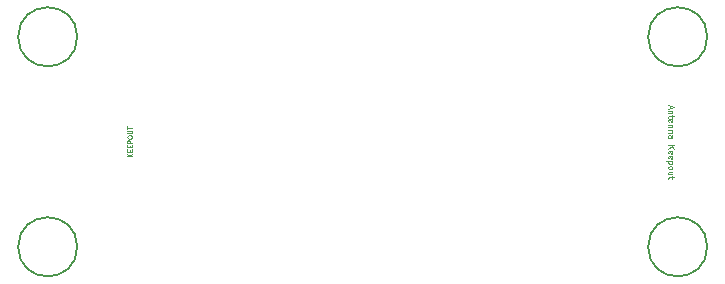
<source format=gbr>
%TF.GenerationSoftware,KiCad,Pcbnew,9.0.7*%
%TF.CreationDate,2026-01-28T15:54:31+01:00*%
%TF.ProjectId,RoyalBlue54L-Feather,526f7961-6c42-46c7-9565-35344c2d4665,rev?*%
%TF.SameCoordinates,Original*%
%TF.FileFunction,Other,Comment*%
%FSLAX46Y46*%
G04 Gerber Fmt 4.6, Leading zero omitted, Abs format (unit mm)*
G04 Created by KiCad (PCBNEW 9.0.7) date 2026-01-28 15:54:31*
%MOMM*%
%LPD*%
G01*
G04 APERTURE LIST*
%ADD10C,0.125000*%
%ADD11C,0.070000*%
%ADD12C,0.150000*%
G04 APERTURE END LIST*
D10*
X174338047Y-101908573D02*
X174338047Y-102146668D01*
X174195190Y-101860954D02*
X174695190Y-102027620D01*
X174695190Y-102027620D02*
X174195190Y-102194287D01*
X174528523Y-102360953D02*
X174195190Y-102360953D01*
X174480904Y-102360953D02*
X174504714Y-102384763D01*
X174504714Y-102384763D02*
X174528523Y-102432382D01*
X174528523Y-102432382D02*
X174528523Y-102503810D01*
X174528523Y-102503810D02*
X174504714Y-102551429D01*
X174504714Y-102551429D02*
X174457095Y-102575239D01*
X174457095Y-102575239D02*
X174195190Y-102575239D01*
X174528523Y-102741906D02*
X174528523Y-102932382D01*
X174695190Y-102813334D02*
X174266619Y-102813334D01*
X174266619Y-102813334D02*
X174219000Y-102837144D01*
X174219000Y-102837144D02*
X174195190Y-102884763D01*
X174195190Y-102884763D02*
X174195190Y-102932382D01*
X174219000Y-103289524D02*
X174195190Y-103241905D01*
X174195190Y-103241905D02*
X174195190Y-103146667D01*
X174195190Y-103146667D02*
X174219000Y-103099048D01*
X174219000Y-103099048D02*
X174266619Y-103075239D01*
X174266619Y-103075239D02*
X174457095Y-103075239D01*
X174457095Y-103075239D02*
X174504714Y-103099048D01*
X174504714Y-103099048D02*
X174528523Y-103146667D01*
X174528523Y-103146667D02*
X174528523Y-103241905D01*
X174528523Y-103241905D02*
X174504714Y-103289524D01*
X174504714Y-103289524D02*
X174457095Y-103313334D01*
X174457095Y-103313334D02*
X174409476Y-103313334D01*
X174409476Y-103313334D02*
X174361857Y-103075239D01*
X174528523Y-103527619D02*
X174195190Y-103527619D01*
X174480904Y-103527619D02*
X174504714Y-103551429D01*
X174504714Y-103551429D02*
X174528523Y-103599048D01*
X174528523Y-103599048D02*
X174528523Y-103670476D01*
X174528523Y-103670476D02*
X174504714Y-103718095D01*
X174504714Y-103718095D02*
X174457095Y-103741905D01*
X174457095Y-103741905D02*
X174195190Y-103741905D01*
X174528523Y-103980000D02*
X174195190Y-103980000D01*
X174480904Y-103980000D02*
X174504714Y-104003810D01*
X174504714Y-104003810D02*
X174528523Y-104051429D01*
X174528523Y-104051429D02*
X174528523Y-104122857D01*
X174528523Y-104122857D02*
X174504714Y-104170476D01*
X174504714Y-104170476D02*
X174457095Y-104194286D01*
X174457095Y-104194286D02*
X174195190Y-104194286D01*
X174195190Y-104646667D02*
X174457095Y-104646667D01*
X174457095Y-104646667D02*
X174504714Y-104622857D01*
X174504714Y-104622857D02*
X174528523Y-104575238D01*
X174528523Y-104575238D02*
X174528523Y-104480000D01*
X174528523Y-104480000D02*
X174504714Y-104432381D01*
X174219000Y-104646667D02*
X174195190Y-104599048D01*
X174195190Y-104599048D02*
X174195190Y-104480000D01*
X174195190Y-104480000D02*
X174219000Y-104432381D01*
X174219000Y-104432381D02*
X174266619Y-104408572D01*
X174266619Y-104408572D02*
X174314238Y-104408572D01*
X174314238Y-104408572D02*
X174361857Y-104432381D01*
X174361857Y-104432381D02*
X174385666Y-104480000D01*
X174385666Y-104480000D02*
X174385666Y-104599048D01*
X174385666Y-104599048D02*
X174409476Y-104646667D01*
X174195190Y-105265714D02*
X174695190Y-105265714D01*
X174195190Y-105551428D02*
X174480904Y-105337143D01*
X174695190Y-105551428D02*
X174409476Y-105265714D01*
X174219000Y-105956190D02*
X174195190Y-105908571D01*
X174195190Y-105908571D02*
X174195190Y-105813333D01*
X174195190Y-105813333D02*
X174219000Y-105765714D01*
X174219000Y-105765714D02*
X174266619Y-105741905D01*
X174266619Y-105741905D02*
X174457095Y-105741905D01*
X174457095Y-105741905D02*
X174504714Y-105765714D01*
X174504714Y-105765714D02*
X174528523Y-105813333D01*
X174528523Y-105813333D02*
X174528523Y-105908571D01*
X174528523Y-105908571D02*
X174504714Y-105956190D01*
X174504714Y-105956190D02*
X174457095Y-105980000D01*
X174457095Y-105980000D02*
X174409476Y-105980000D01*
X174409476Y-105980000D02*
X174361857Y-105741905D01*
X174219000Y-106384761D02*
X174195190Y-106337142D01*
X174195190Y-106337142D02*
X174195190Y-106241904D01*
X174195190Y-106241904D02*
X174219000Y-106194285D01*
X174219000Y-106194285D02*
X174266619Y-106170476D01*
X174266619Y-106170476D02*
X174457095Y-106170476D01*
X174457095Y-106170476D02*
X174504714Y-106194285D01*
X174504714Y-106194285D02*
X174528523Y-106241904D01*
X174528523Y-106241904D02*
X174528523Y-106337142D01*
X174528523Y-106337142D02*
X174504714Y-106384761D01*
X174504714Y-106384761D02*
X174457095Y-106408571D01*
X174457095Y-106408571D02*
X174409476Y-106408571D01*
X174409476Y-106408571D02*
X174361857Y-106170476D01*
X174528523Y-106622856D02*
X174028523Y-106622856D01*
X174504714Y-106622856D02*
X174528523Y-106670475D01*
X174528523Y-106670475D02*
X174528523Y-106765713D01*
X174528523Y-106765713D02*
X174504714Y-106813332D01*
X174504714Y-106813332D02*
X174480904Y-106837142D01*
X174480904Y-106837142D02*
X174433285Y-106860951D01*
X174433285Y-106860951D02*
X174290428Y-106860951D01*
X174290428Y-106860951D02*
X174242809Y-106837142D01*
X174242809Y-106837142D02*
X174219000Y-106813332D01*
X174219000Y-106813332D02*
X174195190Y-106765713D01*
X174195190Y-106765713D02*
X174195190Y-106670475D01*
X174195190Y-106670475D02*
X174219000Y-106622856D01*
X174195190Y-107146666D02*
X174219000Y-107099047D01*
X174219000Y-107099047D02*
X174242809Y-107075237D01*
X174242809Y-107075237D02*
X174290428Y-107051428D01*
X174290428Y-107051428D02*
X174433285Y-107051428D01*
X174433285Y-107051428D02*
X174480904Y-107075237D01*
X174480904Y-107075237D02*
X174504714Y-107099047D01*
X174504714Y-107099047D02*
X174528523Y-107146666D01*
X174528523Y-107146666D02*
X174528523Y-107218094D01*
X174528523Y-107218094D02*
X174504714Y-107265713D01*
X174504714Y-107265713D02*
X174480904Y-107289523D01*
X174480904Y-107289523D02*
X174433285Y-107313332D01*
X174433285Y-107313332D02*
X174290428Y-107313332D01*
X174290428Y-107313332D02*
X174242809Y-107289523D01*
X174242809Y-107289523D02*
X174219000Y-107265713D01*
X174219000Y-107265713D02*
X174195190Y-107218094D01*
X174195190Y-107218094D02*
X174195190Y-107146666D01*
X174528523Y-107741904D02*
X174195190Y-107741904D01*
X174528523Y-107527618D02*
X174266619Y-107527618D01*
X174266619Y-107527618D02*
X174219000Y-107551428D01*
X174219000Y-107551428D02*
X174195190Y-107599047D01*
X174195190Y-107599047D02*
X174195190Y-107670475D01*
X174195190Y-107670475D02*
X174219000Y-107718094D01*
X174219000Y-107718094D02*
X174242809Y-107741904D01*
X174528523Y-107908571D02*
X174528523Y-108099047D01*
X174695190Y-107979999D02*
X174266619Y-107979999D01*
X174266619Y-107979999D02*
X174219000Y-108003809D01*
X174219000Y-108003809D02*
X174195190Y-108051428D01*
X174195190Y-108051428D02*
X174195190Y-108099047D01*
D11*
X128791407Y-106210595D02*
X128391407Y-106210595D01*
X128791407Y-105982024D02*
X128562836Y-106153453D01*
X128391407Y-105982024D02*
X128619979Y-106210595D01*
X128581883Y-105810595D02*
X128581883Y-105677262D01*
X128791407Y-105620119D02*
X128791407Y-105810595D01*
X128791407Y-105810595D02*
X128391407Y-105810595D01*
X128391407Y-105810595D02*
X128391407Y-105620119D01*
X128581883Y-105448690D02*
X128581883Y-105315357D01*
X128791407Y-105258214D02*
X128791407Y-105448690D01*
X128791407Y-105448690D02*
X128391407Y-105448690D01*
X128391407Y-105448690D02*
X128391407Y-105258214D01*
X128791407Y-105086785D02*
X128391407Y-105086785D01*
X128391407Y-105086785D02*
X128391407Y-104934404D01*
X128391407Y-104934404D02*
X128410455Y-104896309D01*
X128410455Y-104896309D02*
X128429502Y-104877262D01*
X128429502Y-104877262D02*
X128467598Y-104858214D01*
X128467598Y-104858214D02*
X128524740Y-104858214D01*
X128524740Y-104858214D02*
X128562836Y-104877262D01*
X128562836Y-104877262D02*
X128581883Y-104896309D01*
X128581883Y-104896309D02*
X128600931Y-104934404D01*
X128600931Y-104934404D02*
X128600931Y-105086785D01*
X128391407Y-104610595D02*
X128391407Y-104534404D01*
X128391407Y-104534404D02*
X128410455Y-104496309D01*
X128410455Y-104496309D02*
X128448550Y-104458214D01*
X128448550Y-104458214D02*
X128524740Y-104439166D01*
X128524740Y-104439166D02*
X128658074Y-104439166D01*
X128658074Y-104439166D02*
X128734264Y-104458214D01*
X128734264Y-104458214D02*
X128772360Y-104496309D01*
X128772360Y-104496309D02*
X128791407Y-104534404D01*
X128791407Y-104534404D02*
X128791407Y-104610595D01*
X128791407Y-104610595D02*
X128772360Y-104648690D01*
X128772360Y-104648690D02*
X128734264Y-104686785D01*
X128734264Y-104686785D02*
X128658074Y-104705833D01*
X128658074Y-104705833D02*
X128524740Y-104705833D01*
X128524740Y-104705833D02*
X128448550Y-104686785D01*
X128448550Y-104686785D02*
X128410455Y-104648690D01*
X128410455Y-104648690D02*
X128391407Y-104610595D01*
X128391407Y-104267737D02*
X128715217Y-104267737D01*
X128715217Y-104267737D02*
X128753312Y-104248690D01*
X128753312Y-104248690D02*
X128772360Y-104229642D01*
X128772360Y-104229642D02*
X128791407Y-104191547D01*
X128791407Y-104191547D02*
X128791407Y-104115356D01*
X128791407Y-104115356D02*
X128772360Y-104077261D01*
X128772360Y-104077261D02*
X128753312Y-104058214D01*
X128753312Y-104058214D02*
X128715217Y-104039166D01*
X128715217Y-104039166D02*
X128391407Y-104039166D01*
X128391407Y-103905832D02*
X128391407Y-103677261D01*
X128791407Y-103791547D02*
X128391407Y-103791547D01*
D12*
%TO.C,H4*%
X177480000Y-113870000D02*
G75*
G02*
X172480000Y-113870000I-2500000J0D01*
G01*
X172480000Y-113870000D02*
G75*
G02*
X177480000Y-113870000I2500000J0D01*
G01*
%TO.C,H2*%
X177480000Y-96090000D02*
G75*
G02*
X172480000Y-96090000I-2500000J0D01*
G01*
X172480000Y-96090000D02*
G75*
G02*
X177480000Y-96090000I2500000J0D01*
G01*
%TO.C,H3*%
X124140000Y-113870000D02*
G75*
G02*
X119140000Y-113870000I-2500000J0D01*
G01*
X119140000Y-113870000D02*
G75*
G02*
X124140000Y-113870000I2500000J0D01*
G01*
%TO.C,H1*%
X124140000Y-96090000D02*
G75*
G02*
X119140000Y-96090000I-2500000J0D01*
G01*
X119140000Y-96090000D02*
G75*
G02*
X124140000Y-96090000I2500000J0D01*
G01*
%TD*%
M02*

</source>
